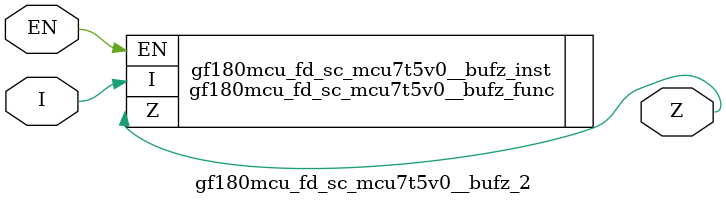
<source format=v>

`ifndef GF180MCU_FD_SC_MCU7T5V0__BUFZ_2_V
`define GF180MCU_FD_SC_MCU7T5V0__BUFZ_2_V

`include "gf180mcu_fd_sc_mcu7t5v0__bufz.v"

`ifdef USE_POWER_PINS
module gf180mcu_fd_sc_mcu7t5v0__bufz_2( EN, I, Z, VDD, VSS );
inout VDD, VSS;
`else // If not USE_POWER_PINS
module gf180mcu_fd_sc_mcu7t5v0__bufz_2( EN, I, Z );
`endif // If not USE_POWER_PINS
input EN, I;
output Z;

`ifdef USE_POWER_PINS
  gf180mcu_fd_sc_mcu7t5v0__bufz_func gf180mcu_fd_sc_mcu7t5v0__bufz_inst(.EN(EN),.I(I),.Z(Z),.VDD(VDD),.VSS(VSS));
`else // If not USE_POWER_PINS
  gf180mcu_fd_sc_mcu7t5v0__bufz_func gf180mcu_fd_sc_mcu7t5v0__bufz_inst(.EN(EN),.I(I),.Z(Z));
`endif // If not USE_POWER_PINS

`ifndef FUNCTIONAL
	// spec_gates_begin


	// spec_gates_end



   specify

	// specify_block_begin

	// comb arc EN --> Z
	 (EN => Z) = (1.0,1.0);

	// comb arc I --> Z
	 (I => Z) = (1.0,1.0);

	// specify_block_end

   endspecify

   `endif

endmodule
`endif // GF180MCU_FD_SC_MCU7T5V0__BUFZ_2_V

</source>
